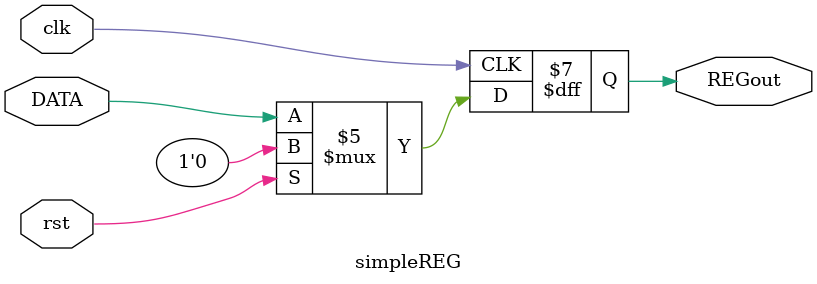
<source format=v>
module simpleREG #(parameter W=1) (DATA,clk,rst,REGout);
input rst,clk;
input [W-1:0] DATA;
output reg [W-1:0] REGout;
initial
begin
REGout=32'b0;
end

always @(posedge clk)
begin
	if(rst==1)
		begin
			REGout<=0;
		end
	else
		begin
		
			REGout<=DATA;
		end

end

endmodule
</source>
